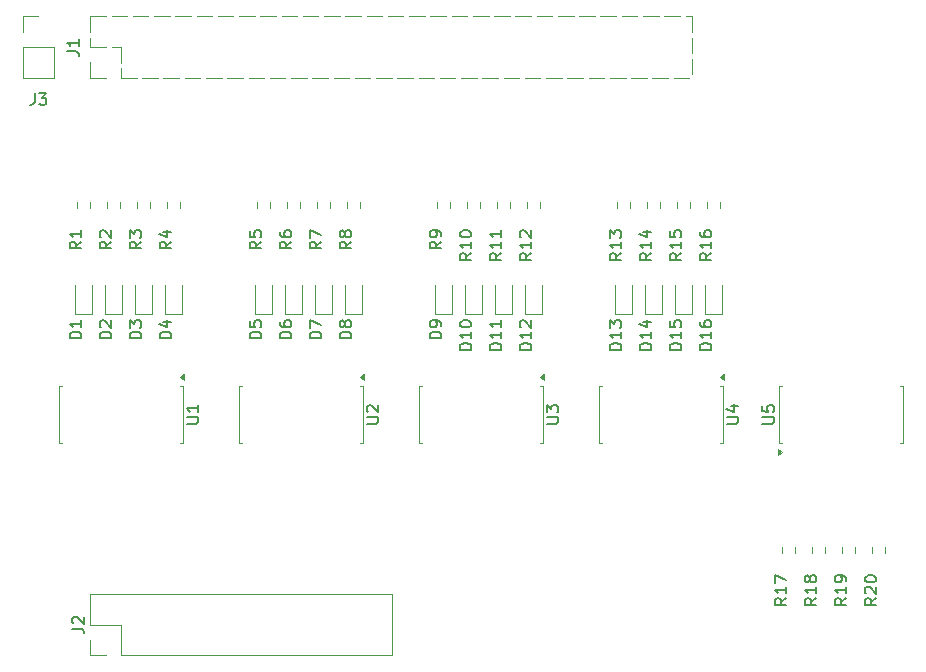
<source format=gto>
G04 #@! TF.GenerationSoftware,KiCad,Pcbnew,9.0.0*
G04 #@! TF.CreationDate,2025-03-06T11:49:08+09:00*
G04 #@! TF.ProjectId,ufb_hat,7566625f-6861-4742-9e6b-696361645f70,rev?*
G04 #@! TF.SameCoordinates,PX2fd7508PY6486dd0*
G04 #@! TF.FileFunction,Legend,Top*
G04 #@! TF.FilePolarity,Positive*
%FSLAX46Y46*%
G04 Gerber Fmt 4.6, Leading zero omitted, Abs format (unit mm)*
G04 Created by KiCad (PCBNEW 9.0.0) date 2025-03-06 11:49:08*
%MOMM*%
%LPD*%
G01*
G04 APERTURE LIST*
%ADD10C,0.150000*%
%ADD11C,0.120000*%
G04 APERTURE END LIST*
D10*
X8709819Y28032031D02*
X7709819Y28032031D01*
X7709819Y28032031D02*
X7709819Y28270126D01*
X7709819Y28270126D02*
X7757438Y28412983D01*
X7757438Y28412983D02*
X7852676Y28508221D01*
X7852676Y28508221D02*
X7947914Y28555840D01*
X7947914Y28555840D02*
X8138390Y28603459D01*
X8138390Y28603459D02*
X8281247Y28603459D01*
X8281247Y28603459D02*
X8471723Y28555840D01*
X8471723Y28555840D02*
X8566961Y28508221D01*
X8566961Y28508221D02*
X8662200Y28412983D01*
X8662200Y28412983D02*
X8709819Y28270126D01*
X8709819Y28270126D02*
X8709819Y28032031D01*
X7805057Y28984412D02*
X7757438Y29032031D01*
X7757438Y29032031D02*
X7709819Y29127269D01*
X7709819Y29127269D02*
X7709819Y29365364D01*
X7709819Y29365364D02*
X7757438Y29460602D01*
X7757438Y29460602D02*
X7805057Y29508221D01*
X7805057Y29508221D02*
X7900295Y29555840D01*
X7900295Y29555840D02*
X7995533Y29555840D01*
X7995533Y29555840D02*
X8138390Y29508221D01*
X8138390Y29508221D02*
X8709819Y28936793D01*
X8709819Y28936793D02*
X8709819Y29555840D01*
X2206666Y48805181D02*
X2206666Y48090896D01*
X2206666Y48090896D02*
X2159047Y47948039D01*
X2159047Y47948039D02*
X2063809Y47852800D01*
X2063809Y47852800D02*
X1920952Y47805181D01*
X1920952Y47805181D02*
X1825714Y47805181D01*
X2587619Y48805181D02*
X3206666Y48805181D01*
X3206666Y48805181D02*
X2873333Y48424229D01*
X2873333Y48424229D02*
X3016190Y48424229D01*
X3016190Y48424229D02*
X3111428Y48376610D01*
X3111428Y48376610D02*
X3159047Y48328991D01*
X3159047Y48328991D02*
X3206666Y48233753D01*
X3206666Y48233753D02*
X3206666Y47995658D01*
X3206666Y47995658D02*
X3159047Y47900420D01*
X3159047Y47900420D02*
X3111428Y47852800D01*
X3111428Y47852800D02*
X3016190Y47805181D01*
X3016190Y47805181D02*
X2730476Y47805181D01*
X2730476Y47805181D02*
X2635238Y47852800D01*
X2635238Y47852800D02*
X2587619Y47900420D01*
X39189819Y35271078D02*
X38713628Y34937745D01*
X39189819Y34699650D02*
X38189819Y34699650D01*
X38189819Y34699650D02*
X38189819Y35080602D01*
X38189819Y35080602D02*
X38237438Y35175840D01*
X38237438Y35175840D02*
X38285057Y35223459D01*
X38285057Y35223459D02*
X38380295Y35271078D01*
X38380295Y35271078D02*
X38523152Y35271078D01*
X38523152Y35271078D02*
X38618390Y35223459D01*
X38618390Y35223459D02*
X38666009Y35175840D01*
X38666009Y35175840D02*
X38713628Y35080602D01*
X38713628Y35080602D02*
X38713628Y34699650D01*
X39189819Y36223459D02*
X39189819Y35652031D01*
X39189819Y35937745D02*
X38189819Y35937745D01*
X38189819Y35937745D02*
X38332676Y35842507D01*
X38332676Y35842507D02*
X38427914Y35747269D01*
X38427914Y35747269D02*
X38475533Y35652031D01*
X38189819Y36842507D02*
X38189819Y36937745D01*
X38189819Y36937745D02*
X38237438Y37032983D01*
X38237438Y37032983D02*
X38285057Y37080602D01*
X38285057Y37080602D02*
X38380295Y37128221D01*
X38380295Y37128221D02*
X38570771Y37175840D01*
X38570771Y37175840D02*
X38808866Y37175840D01*
X38808866Y37175840D02*
X38999342Y37128221D01*
X38999342Y37128221D02*
X39094580Y37080602D01*
X39094580Y37080602D02*
X39142200Y37032983D01*
X39142200Y37032983D02*
X39189819Y36937745D01*
X39189819Y36937745D02*
X39189819Y36842507D01*
X39189819Y36842507D02*
X39142200Y36747269D01*
X39142200Y36747269D02*
X39094580Y36699650D01*
X39094580Y36699650D02*
X38999342Y36652031D01*
X38999342Y36652031D02*
X38808866Y36604412D01*
X38808866Y36604412D02*
X38570771Y36604412D01*
X38570771Y36604412D02*
X38380295Y36652031D01*
X38380295Y36652031D02*
X38285057Y36699650D01*
X38285057Y36699650D02*
X38237438Y36747269D01*
X38237438Y36747269D02*
X38189819Y36842507D01*
X51889819Y27079650D02*
X50889819Y27079650D01*
X50889819Y27079650D02*
X50889819Y27317745D01*
X50889819Y27317745D02*
X50937438Y27460602D01*
X50937438Y27460602D02*
X51032676Y27555840D01*
X51032676Y27555840D02*
X51127914Y27603459D01*
X51127914Y27603459D02*
X51318390Y27651078D01*
X51318390Y27651078D02*
X51461247Y27651078D01*
X51461247Y27651078D02*
X51651723Y27603459D01*
X51651723Y27603459D02*
X51746961Y27555840D01*
X51746961Y27555840D02*
X51842200Y27460602D01*
X51842200Y27460602D02*
X51889819Y27317745D01*
X51889819Y27317745D02*
X51889819Y27079650D01*
X51889819Y28603459D02*
X51889819Y28032031D01*
X51889819Y28317745D02*
X50889819Y28317745D01*
X50889819Y28317745D02*
X51032676Y28222507D01*
X51032676Y28222507D02*
X51127914Y28127269D01*
X51127914Y28127269D02*
X51175533Y28032031D01*
X50889819Y28936793D02*
X50889819Y29555840D01*
X50889819Y29555840D02*
X51270771Y29222507D01*
X51270771Y29222507D02*
X51270771Y29365364D01*
X51270771Y29365364D02*
X51318390Y29460602D01*
X51318390Y29460602D02*
X51366009Y29508221D01*
X51366009Y29508221D02*
X51461247Y29555840D01*
X51461247Y29555840D02*
X51699342Y29555840D01*
X51699342Y29555840D02*
X51794580Y29508221D01*
X51794580Y29508221D02*
X51842200Y29460602D01*
X51842200Y29460602D02*
X51889819Y29365364D01*
X51889819Y29365364D02*
X51889819Y29079650D01*
X51889819Y29079650D02*
X51842200Y28984412D01*
X51842200Y28984412D02*
X51794580Y28936793D01*
X44269819Y27079650D02*
X43269819Y27079650D01*
X43269819Y27079650D02*
X43269819Y27317745D01*
X43269819Y27317745D02*
X43317438Y27460602D01*
X43317438Y27460602D02*
X43412676Y27555840D01*
X43412676Y27555840D02*
X43507914Y27603459D01*
X43507914Y27603459D02*
X43698390Y27651078D01*
X43698390Y27651078D02*
X43841247Y27651078D01*
X43841247Y27651078D02*
X44031723Y27603459D01*
X44031723Y27603459D02*
X44126961Y27555840D01*
X44126961Y27555840D02*
X44222200Y27460602D01*
X44222200Y27460602D02*
X44269819Y27317745D01*
X44269819Y27317745D02*
X44269819Y27079650D01*
X44269819Y28603459D02*
X44269819Y28032031D01*
X44269819Y28317745D02*
X43269819Y28317745D01*
X43269819Y28317745D02*
X43412676Y28222507D01*
X43412676Y28222507D02*
X43507914Y28127269D01*
X43507914Y28127269D02*
X43555533Y28032031D01*
X43365057Y28984412D02*
X43317438Y29032031D01*
X43317438Y29032031D02*
X43269819Y29127269D01*
X43269819Y29127269D02*
X43269819Y29365364D01*
X43269819Y29365364D02*
X43317438Y29460602D01*
X43317438Y29460602D02*
X43365057Y29508221D01*
X43365057Y29508221D02*
X43460295Y29555840D01*
X43460295Y29555840D02*
X43555533Y29555840D01*
X43555533Y29555840D02*
X43698390Y29508221D01*
X43698390Y29508221D02*
X44269819Y28936793D01*
X44269819Y28936793D02*
X44269819Y29555840D01*
X44269819Y35271078D02*
X43793628Y34937745D01*
X44269819Y34699650D02*
X43269819Y34699650D01*
X43269819Y34699650D02*
X43269819Y35080602D01*
X43269819Y35080602D02*
X43317438Y35175840D01*
X43317438Y35175840D02*
X43365057Y35223459D01*
X43365057Y35223459D02*
X43460295Y35271078D01*
X43460295Y35271078D02*
X43603152Y35271078D01*
X43603152Y35271078D02*
X43698390Y35223459D01*
X43698390Y35223459D02*
X43746009Y35175840D01*
X43746009Y35175840D02*
X43793628Y35080602D01*
X43793628Y35080602D02*
X43793628Y34699650D01*
X44269819Y36223459D02*
X44269819Y35652031D01*
X44269819Y35937745D02*
X43269819Y35937745D01*
X43269819Y35937745D02*
X43412676Y35842507D01*
X43412676Y35842507D02*
X43507914Y35747269D01*
X43507914Y35747269D02*
X43555533Y35652031D01*
X43365057Y36604412D02*
X43317438Y36652031D01*
X43317438Y36652031D02*
X43269819Y36747269D01*
X43269819Y36747269D02*
X43269819Y36985364D01*
X43269819Y36985364D02*
X43317438Y37080602D01*
X43317438Y37080602D02*
X43365057Y37128221D01*
X43365057Y37128221D02*
X43460295Y37175840D01*
X43460295Y37175840D02*
X43555533Y37175840D01*
X43555533Y37175840D02*
X43698390Y37128221D01*
X43698390Y37128221D02*
X44269819Y36556793D01*
X44269819Y36556793D02*
X44269819Y37175840D01*
X21409819Y28032031D02*
X20409819Y28032031D01*
X20409819Y28032031D02*
X20409819Y28270126D01*
X20409819Y28270126D02*
X20457438Y28412983D01*
X20457438Y28412983D02*
X20552676Y28508221D01*
X20552676Y28508221D02*
X20647914Y28555840D01*
X20647914Y28555840D02*
X20838390Y28603459D01*
X20838390Y28603459D02*
X20981247Y28603459D01*
X20981247Y28603459D02*
X21171723Y28555840D01*
X21171723Y28555840D02*
X21266961Y28508221D01*
X21266961Y28508221D02*
X21362200Y28412983D01*
X21362200Y28412983D02*
X21409819Y28270126D01*
X21409819Y28270126D02*
X21409819Y28032031D01*
X20409819Y29508221D02*
X20409819Y29032031D01*
X20409819Y29032031D02*
X20886009Y28984412D01*
X20886009Y28984412D02*
X20838390Y29032031D01*
X20838390Y29032031D02*
X20790771Y29127269D01*
X20790771Y29127269D02*
X20790771Y29365364D01*
X20790771Y29365364D02*
X20838390Y29460602D01*
X20838390Y29460602D02*
X20886009Y29508221D01*
X20886009Y29508221D02*
X20981247Y29555840D01*
X20981247Y29555840D02*
X21219342Y29555840D01*
X21219342Y29555840D02*
X21314580Y29508221D01*
X21314580Y29508221D02*
X21362200Y29460602D01*
X21362200Y29460602D02*
X21409819Y29365364D01*
X21409819Y29365364D02*
X21409819Y29127269D01*
X21409819Y29127269D02*
X21362200Y29032031D01*
X21362200Y29032031D02*
X21314580Y28984412D01*
X13789819Y36223459D02*
X13313628Y35890126D01*
X13789819Y35652031D02*
X12789819Y35652031D01*
X12789819Y35652031D02*
X12789819Y36032983D01*
X12789819Y36032983D02*
X12837438Y36128221D01*
X12837438Y36128221D02*
X12885057Y36175840D01*
X12885057Y36175840D02*
X12980295Y36223459D01*
X12980295Y36223459D02*
X13123152Y36223459D01*
X13123152Y36223459D02*
X13218390Y36175840D01*
X13218390Y36175840D02*
X13266009Y36128221D01*
X13266009Y36128221D02*
X13313628Y36032983D01*
X13313628Y36032983D02*
X13313628Y35652031D01*
X13123152Y37080602D02*
X13789819Y37080602D01*
X12742200Y36842507D02*
X13456485Y36604412D01*
X13456485Y36604412D02*
X13456485Y37223459D01*
X39189819Y27079650D02*
X38189819Y27079650D01*
X38189819Y27079650D02*
X38189819Y27317745D01*
X38189819Y27317745D02*
X38237438Y27460602D01*
X38237438Y27460602D02*
X38332676Y27555840D01*
X38332676Y27555840D02*
X38427914Y27603459D01*
X38427914Y27603459D02*
X38618390Y27651078D01*
X38618390Y27651078D02*
X38761247Y27651078D01*
X38761247Y27651078D02*
X38951723Y27603459D01*
X38951723Y27603459D02*
X39046961Y27555840D01*
X39046961Y27555840D02*
X39142200Y27460602D01*
X39142200Y27460602D02*
X39189819Y27317745D01*
X39189819Y27317745D02*
X39189819Y27079650D01*
X39189819Y28603459D02*
X39189819Y28032031D01*
X39189819Y28317745D02*
X38189819Y28317745D01*
X38189819Y28317745D02*
X38332676Y28222507D01*
X38332676Y28222507D02*
X38427914Y28127269D01*
X38427914Y28127269D02*
X38475533Y28032031D01*
X38189819Y29222507D02*
X38189819Y29317745D01*
X38189819Y29317745D02*
X38237438Y29412983D01*
X38237438Y29412983D02*
X38285057Y29460602D01*
X38285057Y29460602D02*
X38380295Y29508221D01*
X38380295Y29508221D02*
X38570771Y29555840D01*
X38570771Y29555840D02*
X38808866Y29555840D01*
X38808866Y29555840D02*
X38999342Y29508221D01*
X38999342Y29508221D02*
X39094580Y29460602D01*
X39094580Y29460602D02*
X39142200Y29412983D01*
X39142200Y29412983D02*
X39189819Y29317745D01*
X39189819Y29317745D02*
X39189819Y29222507D01*
X39189819Y29222507D02*
X39142200Y29127269D01*
X39142200Y29127269D02*
X39094580Y29079650D01*
X39094580Y29079650D02*
X38999342Y29032031D01*
X38999342Y29032031D02*
X38808866Y28984412D01*
X38808866Y28984412D02*
X38570771Y28984412D01*
X38570771Y28984412D02*
X38380295Y29032031D01*
X38380295Y29032031D02*
X38285057Y29079650D01*
X38285057Y29079650D02*
X38237438Y29127269D01*
X38237438Y29127269D02*
X38189819Y29222507D01*
X36649819Y28032031D02*
X35649819Y28032031D01*
X35649819Y28032031D02*
X35649819Y28270126D01*
X35649819Y28270126D02*
X35697438Y28412983D01*
X35697438Y28412983D02*
X35792676Y28508221D01*
X35792676Y28508221D02*
X35887914Y28555840D01*
X35887914Y28555840D02*
X36078390Y28603459D01*
X36078390Y28603459D02*
X36221247Y28603459D01*
X36221247Y28603459D02*
X36411723Y28555840D01*
X36411723Y28555840D02*
X36506961Y28508221D01*
X36506961Y28508221D02*
X36602200Y28412983D01*
X36602200Y28412983D02*
X36649819Y28270126D01*
X36649819Y28270126D02*
X36649819Y28032031D01*
X36649819Y29079650D02*
X36649819Y29270126D01*
X36649819Y29270126D02*
X36602200Y29365364D01*
X36602200Y29365364D02*
X36554580Y29412983D01*
X36554580Y29412983D02*
X36411723Y29508221D01*
X36411723Y29508221D02*
X36221247Y29555840D01*
X36221247Y29555840D02*
X35840295Y29555840D01*
X35840295Y29555840D02*
X35745057Y29508221D01*
X35745057Y29508221D02*
X35697438Y29460602D01*
X35697438Y29460602D02*
X35649819Y29365364D01*
X35649819Y29365364D02*
X35649819Y29174888D01*
X35649819Y29174888D02*
X35697438Y29079650D01*
X35697438Y29079650D02*
X35745057Y29032031D01*
X35745057Y29032031D02*
X35840295Y28984412D01*
X35840295Y28984412D02*
X36078390Y28984412D01*
X36078390Y28984412D02*
X36173628Y29032031D01*
X36173628Y29032031D02*
X36221247Y29079650D01*
X36221247Y29079650D02*
X36268866Y29174888D01*
X36268866Y29174888D02*
X36268866Y29365364D01*
X36268866Y29365364D02*
X36221247Y29460602D01*
X36221247Y29460602D02*
X36173628Y29508221D01*
X36173628Y29508221D02*
X36078390Y29555840D01*
X21409819Y36223459D02*
X20933628Y35890126D01*
X21409819Y35652031D02*
X20409819Y35652031D01*
X20409819Y35652031D02*
X20409819Y36032983D01*
X20409819Y36032983D02*
X20457438Y36128221D01*
X20457438Y36128221D02*
X20505057Y36175840D01*
X20505057Y36175840D02*
X20600295Y36223459D01*
X20600295Y36223459D02*
X20743152Y36223459D01*
X20743152Y36223459D02*
X20838390Y36175840D01*
X20838390Y36175840D02*
X20886009Y36128221D01*
X20886009Y36128221D02*
X20933628Y36032983D01*
X20933628Y36032983D02*
X20933628Y35652031D01*
X20409819Y37128221D02*
X20409819Y36652031D01*
X20409819Y36652031D02*
X20886009Y36604412D01*
X20886009Y36604412D02*
X20838390Y36652031D01*
X20838390Y36652031D02*
X20790771Y36747269D01*
X20790771Y36747269D02*
X20790771Y36985364D01*
X20790771Y36985364D02*
X20838390Y37080602D01*
X20838390Y37080602D02*
X20886009Y37128221D01*
X20886009Y37128221D02*
X20981247Y37175840D01*
X20981247Y37175840D02*
X21219342Y37175840D01*
X21219342Y37175840D02*
X21314580Y37128221D01*
X21314580Y37128221D02*
X21362200Y37080602D01*
X21362200Y37080602D02*
X21409819Y36985364D01*
X21409819Y36985364D02*
X21409819Y36747269D01*
X21409819Y36747269D02*
X21362200Y36652031D01*
X21362200Y36652031D02*
X21314580Y36604412D01*
X36649819Y36223459D02*
X36173628Y35890126D01*
X36649819Y35652031D02*
X35649819Y35652031D01*
X35649819Y35652031D02*
X35649819Y36032983D01*
X35649819Y36032983D02*
X35697438Y36128221D01*
X35697438Y36128221D02*
X35745057Y36175840D01*
X35745057Y36175840D02*
X35840295Y36223459D01*
X35840295Y36223459D02*
X35983152Y36223459D01*
X35983152Y36223459D02*
X36078390Y36175840D01*
X36078390Y36175840D02*
X36126009Y36128221D01*
X36126009Y36128221D02*
X36173628Y36032983D01*
X36173628Y36032983D02*
X36173628Y35652031D01*
X36649819Y36699650D02*
X36649819Y36890126D01*
X36649819Y36890126D02*
X36602200Y36985364D01*
X36602200Y36985364D02*
X36554580Y37032983D01*
X36554580Y37032983D02*
X36411723Y37128221D01*
X36411723Y37128221D02*
X36221247Y37175840D01*
X36221247Y37175840D02*
X35840295Y37175840D01*
X35840295Y37175840D02*
X35745057Y37128221D01*
X35745057Y37128221D02*
X35697438Y37080602D01*
X35697438Y37080602D02*
X35649819Y36985364D01*
X35649819Y36985364D02*
X35649819Y36794888D01*
X35649819Y36794888D02*
X35697438Y36699650D01*
X35697438Y36699650D02*
X35745057Y36652031D01*
X35745057Y36652031D02*
X35840295Y36604412D01*
X35840295Y36604412D02*
X36078390Y36604412D01*
X36078390Y36604412D02*
X36173628Y36652031D01*
X36173628Y36652031D02*
X36221247Y36699650D01*
X36221247Y36699650D02*
X36268866Y36794888D01*
X36268866Y36794888D02*
X36268866Y36985364D01*
X36268866Y36985364D02*
X36221247Y37080602D01*
X36221247Y37080602D02*
X36173628Y37128221D01*
X36173628Y37128221D02*
X36078390Y37175840D01*
X45559819Y20828096D02*
X46369342Y20828096D01*
X46369342Y20828096D02*
X46464580Y20875715D01*
X46464580Y20875715D02*
X46512200Y20923334D01*
X46512200Y20923334D02*
X46559819Y21018572D01*
X46559819Y21018572D02*
X46559819Y21209048D01*
X46559819Y21209048D02*
X46512200Y21304286D01*
X46512200Y21304286D02*
X46464580Y21351905D01*
X46464580Y21351905D02*
X46369342Y21399524D01*
X46369342Y21399524D02*
X45559819Y21399524D01*
X45559819Y21780477D02*
X45559819Y22399524D01*
X45559819Y22399524D02*
X45940771Y22066191D01*
X45940771Y22066191D02*
X45940771Y22209048D01*
X45940771Y22209048D02*
X45988390Y22304286D01*
X45988390Y22304286D02*
X46036009Y22351905D01*
X46036009Y22351905D02*
X46131247Y22399524D01*
X46131247Y22399524D02*
X46369342Y22399524D01*
X46369342Y22399524D02*
X46464580Y22351905D01*
X46464580Y22351905D02*
X46512200Y22304286D01*
X46512200Y22304286D02*
X46559819Y22209048D01*
X46559819Y22209048D02*
X46559819Y21923334D01*
X46559819Y21923334D02*
X46512200Y21828096D01*
X46512200Y21828096D02*
X46464580Y21780477D01*
X30319819Y20828096D02*
X31129342Y20828096D01*
X31129342Y20828096D02*
X31224580Y20875715D01*
X31224580Y20875715D02*
X31272200Y20923334D01*
X31272200Y20923334D02*
X31319819Y21018572D01*
X31319819Y21018572D02*
X31319819Y21209048D01*
X31319819Y21209048D02*
X31272200Y21304286D01*
X31272200Y21304286D02*
X31224580Y21351905D01*
X31224580Y21351905D02*
X31129342Y21399524D01*
X31129342Y21399524D02*
X30319819Y21399524D01*
X30415057Y21828096D02*
X30367438Y21875715D01*
X30367438Y21875715D02*
X30319819Y21970953D01*
X30319819Y21970953D02*
X30319819Y22209048D01*
X30319819Y22209048D02*
X30367438Y22304286D01*
X30367438Y22304286D02*
X30415057Y22351905D01*
X30415057Y22351905D02*
X30510295Y22399524D01*
X30510295Y22399524D02*
X30605533Y22399524D01*
X30605533Y22399524D02*
X30748390Y22351905D01*
X30748390Y22351905D02*
X31319819Y21780477D01*
X31319819Y21780477D02*
X31319819Y22399524D01*
X26489819Y36223459D02*
X26013628Y35890126D01*
X26489819Y35652031D02*
X25489819Y35652031D01*
X25489819Y35652031D02*
X25489819Y36032983D01*
X25489819Y36032983D02*
X25537438Y36128221D01*
X25537438Y36128221D02*
X25585057Y36175840D01*
X25585057Y36175840D02*
X25680295Y36223459D01*
X25680295Y36223459D02*
X25823152Y36223459D01*
X25823152Y36223459D02*
X25918390Y36175840D01*
X25918390Y36175840D02*
X25966009Y36128221D01*
X25966009Y36128221D02*
X26013628Y36032983D01*
X26013628Y36032983D02*
X26013628Y35652031D01*
X25489819Y36556793D02*
X25489819Y37223459D01*
X25489819Y37223459D02*
X26489819Y36794888D01*
X59509819Y27079650D02*
X58509819Y27079650D01*
X58509819Y27079650D02*
X58509819Y27317745D01*
X58509819Y27317745D02*
X58557438Y27460602D01*
X58557438Y27460602D02*
X58652676Y27555840D01*
X58652676Y27555840D02*
X58747914Y27603459D01*
X58747914Y27603459D02*
X58938390Y27651078D01*
X58938390Y27651078D02*
X59081247Y27651078D01*
X59081247Y27651078D02*
X59271723Y27603459D01*
X59271723Y27603459D02*
X59366961Y27555840D01*
X59366961Y27555840D02*
X59462200Y27460602D01*
X59462200Y27460602D02*
X59509819Y27317745D01*
X59509819Y27317745D02*
X59509819Y27079650D01*
X59509819Y28603459D02*
X59509819Y28032031D01*
X59509819Y28317745D02*
X58509819Y28317745D01*
X58509819Y28317745D02*
X58652676Y28222507D01*
X58652676Y28222507D02*
X58747914Y28127269D01*
X58747914Y28127269D02*
X58795533Y28032031D01*
X58509819Y29460602D02*
X58509819Y29270126D01*
X58509819Y29270126D02*
X58557438Y29174888D01*
X58557438Y29174888D02*
X58605057Y29127269D01*
X58605057Y29127269D02*
X58747914Y29032031D01*
X58747914Y29032031D02*
X58938390Y28984412D01*
X58938390Y28984412D02*
X59319342Y28984412D01*
X59319342Y28984412D02*
X59414580Y29032031D01*
X59414580Y29032031D02*
X59462200Y29079650D01*
X59462200Y29079650D02*
X59509819Y29174888D01*
X59509819Y29174888D02*
X59509819Y29365364D01*
X59509819Y29365364D02*
X59462200Y29460602D01*
X59462200Y29460602D02*
X59414580Y29508221D01*
X59414580Y29508221D02*
X59319342Y29555840D01*
X59319342Y29555840D02*
X59081247Y29555840D01*
X59081247Y29555840D02*
X58986009Y29508221D01*
X58986009Y29508221D02*
X58938390Y29460602D01*
X58938390Y29460602D02*
X58890771Y29365364D01*
X58890771Y29365364D02*
X58890771Y29174888D01*
X58890771Y29174888D02*
X58938390Y29079650D01*
X58938390Y29079650D02*
X58986009Y29032031D01*
X58986009Y29032031D02*
X59081247Y28984412D01*
X65859819Y6061078D02*
X65383628Y5727745D01*
X65859819Y5489650D02*
X64859819Y5489650D01*
X64859819Y5489650D02*
X64859819Y5870602D01*
X64859819Y5870602D02*
X64907438Y5965840D01*
X64907438Y5965840D02*
X64955057Y6013459D01*
X64955057Y6013459D02*
X65050295Y6061078D01*
X65050295Y6061078D02*
X65193152Y6061078D01*
X65193152Y6061078D02*
X65288390Y6013459D01*
X65288390Y6013459D02*
X65336009Y5965840D01*
X65336009Y5965840D02*
X65383628Y5870602D01*
X65383628Y5870602D02*
X65383628Y5489650D01*
X65859819Y7013459D02*
X65859819Y6442031D01*
X65859819Y6727745D02*
X64859819Y6727745D01*
X64859819Y6727745D02*
X65002676Y6632507D01*
X65002676Y6632507D02*
X65097914Y6537269D01*
X65097914Y6537269D02*
X65145533Y6442031D01*
X64859819Y7346793D02*
X64859819Y8013459D01*
X64859819Y8013459D02*
X65859819Y7584888D01*
X13789819Y28032031D02*
X12789819Y28032031D01*
X12789819Y28032031D02*
X12789819Y28270126D01*
X12789819Y28270126D02*
X12837438Y28412983D01*
X12837438Y28412983D02*
X12932676Y28508221D01*
X12932676Y28508221D02*
X13027914Y28555840D01*
X13027914Y28555840D02*
X13218390Y28603459D01*
X13218390Y28603459D02*
X13361247Y28603459D01*
X13361247Y28603459D02*
X13551723Y28555840D01*
X13551723Y28555840D02*
X13646961Y28508221D01*
X13646961Y28508221D02*
X13742200Y28412983D01*
X13742200Y28412983D02*
X13789819Y28270126D01*
X13789819Y28270126D02*
X13789819Y28032031D01*
X13123152Y29460602D02*
X13789819Y29460602D01*
X12742200Y29222507D02*
X13456485Y28984412D01*
X13456485Y28984412D02*
X13456485Y29603459D01*
X5379819Y3476667D02*
X6094104Y3476667D01*
X6094104Y3476667D02*
X6236961Y3429048D01*
X6236961Y3429048D02*
X6332200Y3333810D01*
X6332200Y3333810D02*
X6379819Y3190953D01*
X6379819Y3190953D02*
X6379819Y3095715D01*
X5475057Y3905239D02*
X5427438Y3952858D01*
X5427438Y3952858D02*
X5379819Y4048096D01*
X5379819Y4048096D02*
X5379819Y4286191D01*
X5379819Y4286191D02*
X5427438Y4381429D01*
X5427438Y4381429D02*
X5475057Y4429048D01*
X5475057Y4429048D02*
X5570295Y4476667D01*
X5570295Y4476667D02*
X5665533Y4476667D01*
X5665533Y4476667D02*
X5808390Y4429048D01*
X5808390Y4429048D02*
X6379819Y3857620D01*
X6379819Y3857620D02*
X6379819Y4476667D01*
X51889819Y35271078D02*
X51413628Y34937745D01*
X51889819Y34699650D02*
X50889819Y34699650D01*
X50889819Y34699650D02*
X50889819Y35080602D01*
X50889819Y35080602D02*
X50937438Y35175840D01*
X50937438Y35175840D02*
X50985057Y35223459D01*
X50985057Y35223459D02*
X51080295Y35271078D01*
X51080295Y35271078D02*
X51223152Y35271078D01*
X51223152Y35271078D02*
X51318390Y35223459D01*
X51318390Y35223459D02*
X51366009Y35175840D01*
X51366009Y35175840D02*
X51413628Y35080602D01*
X51413628Y35080602D02*
X51413628Y34699650D01*
X51889819Y36223459D02*
X51889819Y35652031D01*
X51889819Y35937745D02*
X50889819Y35937745D01*
X50889819Y35937745D02*
X51032676Y35842507D01*
X51032676Y35842507D02*
X51127914Y35747269D01*
X51127914Y35747269D02*
X51175533Y35652031D01*
X50889819Y36556793D02*
X50889819Y37175840D01*
X50889819Y37175840D02*
X51270771Y36842507D01*
X51270771Y36842507D02*
X51270771Y36985364D01*
X51270771Y36985364D02*
X51318390Y37080602D01*
X51318390Y37080602D02*
X51366009Y37128221D01*
X51366009Y37128221D02*
X51461247Y37175840D01*
X51461247Y37175840D02*
X51699342Y37175840D01*
X51699342Y37175840D02*
X51794580Y37128221D01*
X51794580Y37128221D02*
X51842200Y37080602D01*
X51842200Y37080602D02*
X51889819Y36985364D01*
X51889819Y36985364D02*
X51889819Y36699650D01*
X51889819Y36699650D02*
X51842200Y36604412D01*
X51842200Y36604412D02*
X51794580Y36556793D01*
X11249819Y36223459D02*
X10773628Y35890126D01*
X11249819Y35652031D02*
X10249819Y35652031D01*
X10249819Y35652031D02*
X10249819Y36032983D01*
X10249819Y36032983D02*
X10297438Y36128221D01*
X10297438Y36128221D02*
X10345057Y36175840D01*
X10345057Y36175840D02*
X10440295Y36223459D01*
X10440295Y36223459D02*
X10583152Y36223459D01*
X10583152Y36223459D02*
X10678390Y36175840D01*
X10678390Y36175840D02*
X10726009Y36128221D01*
X10726009Y36128221D02*
X10773628Y36032983D01*
X10773628Y36032983D02*
X10773628Y35652031D01*
X10249819Y36556793D02*
X10249819Y37175840D01*
X10249819Y37175840D02*
X10630771Y36842507D01*
X10630771Y36842507D02*
X10630771Y36985364D01*
X10630771Y36985364D02*
X10678390Y37080602D01*
X10678390Y37080602D02*
X10726009Y37128221D01*
X10726009Y37128221D02*
X10821247Y37175840D01*
X10821247Y37175840D02*
X11059342Y37175840D01*
X11059342Y37175840D02*
X11154580Y37128221D01*
X11154580Y37128221D02*
X11202200Y37080602D01*
X11202200Y37080602D02*
X11249819Y36985364D01*
X11249819Y36985364D02*
X11249819Y36699650D01*
X11249819Y36699650D02*
X11202200Y36604412D01*
X11202200Y36604412D02*
X11154580Y36556793D01*
X68399819Y6061078D02*
X67923628Y5727745D01*
X68399819Y5489650D02*
X67399819Y5489650D01*
X67399819Y5489650D02*
X67399819Y5870602D01*
X67399819Y5870602D02*
X67447438Y5965840D01*
X67447438Y5965840D02*
X67495057Y6013459D01*
X67495057Y6013459D02*
X67590295Y6061078D01*
X67590295Y6061078D02*
X67733152Y6061078D01*
X67733152Y6061078D02*
X67828390Y6013459D01*
X67828390Y6013459D02*
X67876009Y5965840D01*
X67876009Y5965840D02*
X67923628Y5870602D01*
X67923628Y5870602D02*
X67923628Y5489650D01*
X68399819Y7013459D02*
X68399819Y6442031D01*
X68399819Y6727745D02*
X67399819Y6727745D01*
X67399819Y6727745D02*
X67542676Y6632507D01*
X67542676Y6632507D02*
X67637914Y6537269D01*
X67637914Y6537269D02*
X67685533Y6442031D01*
X67828390Y7584888D02*
X67780771Y7489650D01*
X67780771Y7489650D02*
X67733152Y7442031D01*
X67733152Y7442031D02*
X67637914Y7394412D01*
X67637914Y7394412D02*
X67590295Y7394412D01*
X67590295Y7394412D02*
X67495057Y7442031D01*
X67495057Y7442031D02*
X67447438Y7489650D01*
X67447438Y7489650D02*
X67399819Y7584888D01*
X67399819Y7584888D02*
X67399819Y7775364D01*
X67399819Y7775364D02*
X67447438Y7870602D01*
X67447438Y7870602D02*
X67495057Y7918221D01*
X67495057Y7918221D02*
X67590295Y7965840D01*
X67590295Y7965840D02*
X67637914Y7965840D01*
X67637914Y7965840D02*
X67733152Y7918221D01*
X67733152Y7918221D02*
X67780771Y7870602D01*
X67780771Y7870602D02*
X67828390Y7775364D01*
X67828390Y7775364D02*
X67828390Y7584888D01*
X67828390Y7584888D02*
X67876009Y7489650D01*
X67876009Y7489650D02*
X67923628Y7442031D01*
X67923628Y7442031D02*
X68018866Y7394412D01*
X68018866Y7394412D02*
X68209342Y7394412D01*
X68209342Y7394412D02*
X68304580Y7442031D01*
X68304580Y7442031D02*
X68352200Y7489650D01*
X68352200Y7489650D02*
X68399819Y7584888D01*
X68399819Y7584888D02*
X68399819Y7775364D01*
X68399819Y7775364D02*
X68352200Y7870602D01*
X68352200Y7870602D02*
X68304580Y7918221D01*
X68304580Y7918221D02*
X68209342Y7965840D01*
X68209342Y7965840D02*
X68018866Y7965840D01*
X68018866Y7965840D02*
X67923628Y7918221D01*
X67923628Y7918221D02*
X67876009Y7870602D01*
X67876009Y7870602D02*
X67828390Y7775364D01*
X56969819Y27079650D02*
X55969819Y27079650D01*
X55969819Y27079650D02*
X55969819Y27317745D01*
X55969819Y27317745D02*
X56017438Y27460602D01*
X56017438Y27460602D02*
X56112676Y27555840D01*
X56112676Y27555840D02*
X56207914Y27603459D01*
X56207914Y27603459D02*
X56398390Y27651078D01*
X56398390Y27651078D02*
X56541247Y27651078D01*
X56541247Y27651078D02*
X56731723Y27603459D01*
X56731723Y27603459D02*
X56826961Y27555840D01*
X56826961Y27555840D02*
X56922200Y27460602D01*
X56922200Y27460602D02*
X56969819Y27317745D01*
X56969819Y27317745D02*
X56969819Y27079650D01*
X56969819Y28603459D02*
X56969819Y28032031D01*
X56969819Y28317745D02*
X55969819Y28317745D01*
X55969819Y28317745D02*
X56112676Y28222507D01*
X56112676Y28222507D02*
X56207914Y28127269D01*
X56207914Y28127269D02*
X56255533Y28032031D01*
X55969819Y29508221D02*
X55969819Y29032031D01*
X55969819Y29032031D02*
X56446009Y28984412D01*
X56446009Y28984412D02*
X56398390Y29032031D01*
X56398390Y29032031D02*
X56350771Y29127269D01*
X56350771Y29127269D02*
X56350771Y29365364D01*
X56350771Y29365364D02*
X56398390Y29460602D01*
X56398390Y29460602D02*
X56446009Y29508221D01*
X56446009Y29508221D02*
X56541247Y29555840D01*
X56541247Y29555840D02*
X56779342Y29555840D01*
X56779342Y29555840D02*
X56874580Y29508221D01*
X56874580Y29508221D02*
X56922200Y29460602D01*
X56922200Y29460602D02*
X56969819Y29365364D01*
X56969819Y29365364D02*
X56969819Y29127269D01*
X56969819Y29127269D02*
X56922200Y29032031D01*
X56922200Y29032031D02*
X56874580Y28984412D01*
X15079819Y20828096D02*
X15889342Y20828096D01*
X15889342Y20828096D02*
X15984580Y20875715D01*
X15984580Y20875715D02*
X16032200Y20923334D01*
X16032200Y20923334D02*
X16079819Y21018572D01*
X16079819Y21018572D02*
X16079819Y21209048D01*
X16079819Y21209048D02*
X16032200Y21304286D01*
X16032200Y21304286D02*
X15984580Y21351905D01*
X15984580Y21351905D02*
X15889342Y21399524D01*
X15889342Y21399524D02*
X15079819Y21399524D01*
X16079819Y22399524D02*
X16079819Y21828096D01*
X16079819Y22113810D02*
X15079819Y22113810D01*
X15079819Y22113810D02*
X15222676Y22018572D01*
X15222676Y22018572D02*
X15317914Y21923334D01*
X15317914Y21923334D02*
X15365533Y21828096D01*
X41729819Y27079650D02*
X40729819Y27079650D01*
X40729819Y27079650D02*
X40729819Y27317745D01*
X40729819Y27317745D02*
X40777438Y27460602D01*
X40777438Y27460602D02*
X40872676Y27555840D01*
X40872676Y27555840D02*
X40967914Y27603459D01*
X40967914Y27603459D02*
X41158390Y27651078D01*
X41158390Y27651078D02*
X41301247Y27651078D01*
X41301247Y27651078D02*
X41491723Y27603459D01*
X41491723Y27603459D02*
X41586961Y27555840D01*
X41586961Y27555840D02*
X41682200Y27460602D01*
X41682200Y27460602D02*
X41729819Y27317745D01*
X41729819Y27317745D02*
X41729819Y27079650D01*
X41729819Y28603459D02*
X41729819Y28032031D01*
X41729819Y28317745D02*
X40729819Y28317745D01*
X40729819Y28317745D02*
X40872676Y28222507D01*
X40872676Y28222507D02*
X40967914Y28127269D01*
X40967914Y28127269D02*
X41015533Y28032031D01*
X41729819Y29555840D02*
X41729819Y28984412D01*
X41729819Y29270126D02*
X40729819Y29270126D01*
X40729819Y29270126D02*
X40872676Y29174888D01*
X40872676Y29174888D02*
X40967914Y29079650D01*
X40967914Y29079650D02*
X41015533Y28984412D01*
X6169819Y28032031D02*
X5169819Y28032031D01*
X5169819Y28032031D02*
X5169819Y28270126D01*
X5169819Y28270126D02*
X5217438Y28412983D01*
X5217438Y28412983D02*
X5312676Y28508221D01*
X5312676Y28508221D02*
X5407914Y28555840D01*
X5407914Y28555840D02*
X5598390Y28603459D01*
X5598390Y28603459D02*
X5741247Y28603459D01*
X5741247Y28603459D02*
X5931723Y28555840D01*
X5931723Y28555840D02*
X6026961Y28508221D01*
X6026961Y28508221D02*
X6122200Y28412983D01*
X6122200Y28412983D02*
X6169819Y28270126D01*
X6169819Y28270126D02*
X6169819Y28032031D01*
X6169819Y29555840D02*
X6169819Y28984412D01*
X6169819Y29270126D02*
X5169819Y29270126D01*
X5169819Y29270126D02*
X5312676Y29174888D01*
X5312676Y29174888D02*
X5407914Y29079650D01*
X5407914Y29079650D02*
X5455533Y28984412D01*
X59509819Y35271078D02*
X59033628Y34937745D01*
X59509819Y34699650D02*
X58509819Y34699650D01*
X58509819Y34699650D02*
X58509819Y35080602D01*
X58509819Y35080602D02*
X58557438Y35175840D01*
X58557438Y35175840D02*
X58605057Y35223459D01*
X58605057Y35223459D02*
X58700295Y35271078D01*
X58700295Y35271078D02*
X58843152Y35271078D01*
X58843152Y35271078D02*
X58938390Y35223459D01*
X58938390Y35223459D02*
X58986009Y35175840D01*
X58986009Y35175840D02*
X59033628Y35080602D01*
X59033628Y35080602D02*
X59033628Y34699650D01*
X59509819Y36223459D02*
X59509819Y35652031D01*
X59509819Y35937745D02*
X58509819Y35937745D01*
X58509819Y35937745D02*
X58652676Y35842507D01*
X58652676Y35842507D02*
X58747914Y35747269D01*
X58747914Y35747269D02*
X58795533Y35652031D01*
X58509819Y37080602D02*
X58509819Y36890126D01*
X58509819Y36890126D02*
X58557438Y36794888D01*
X58557438Y36794888D02*
X58605057Y36747269D01*
X58605057Y36747269D02*
X58747914Y36652031D01*
X58747914Y36652031D02*
X58938390Y36604412D01*
X58938390Y36604412D02*
X59319342Y36604412D01*
X59319342Y36604412D02*
X59414580Y36652031D01*
X59414580Y36652031D02*
X59462200Y36699650D01*
X59462200Y36699650D02*
X59509819Y36794888D01*
X59509819Y36794888D02*
X59509819Y36985364D01*
X59509819Y36985364D02*
X59462200Y37080602D01*
X59462200Y37080602D02*
X59414580Y37128221D01*
X59414580Y37128221D02*
X59319342Y37175840D01*
X59319342Y37175840D02*
X59081247Y37175840D01*
X59081247Y37175840D02*
X58986009Y37128221D01*
X58986009Y37128221D02*
X58938390Y37080602D01*
X58938390Y37080602D02*
X58890771Y36985364D01*
X58890771Y36985364D02*
X58890771Y36794888D01*
X58890771Y36794888D02*
X58938390Y36699650D01*
X58938390Y36699650D02*
X58986009Y36652031D01*
X58986009Y36652031D02*
X59081247Y36604412D01*
X26489819Y28032031D02*
X25489819Y28032031D01*
X25489819Y28032031D02*
X25489819Y28270126D01*
X25489819Y28270126D02*
X25537438Y28412983D01*
X25537438Y28412983D02*
X25632676Y28508221D01*
X25632676Y28508221D02*
X25727914Y28555840D01*
X25727914Y28555840D02*
X25918390Y28603459D01*
X25918390Y28603459D02*
X26061247Y28603459D01*
X26061247Y28603459D02*
X26251723Y28555840D01*
X26251723Y28555840D02*
X26346961Y28508221D01*
X26346961Y28508221D02*
X26442200Y28412983D01*
X26442200Y28412983D02*
X26489819Y28270126D01*
X26489819Y28270126D02*
X26489819Y28032031D01*
X25489819Y28936793D02*
X25489819Y29603459D01*
X25489819Y29603459D02*
X26489819Y29174888D01*
X8709819Y36223459D02*
X8233628Y35890126D01*
X8709819Y35652031D02*
X7709819Y35652031D01*
X7709819Y35652031D02*
X7709819Y36032983D01*
X7709819Y36032983D02*
X7757438Y36128221D01*
X7757438Y36128221D02*
X7805057Y36175840D01*
X7805057Y36175840D02*
X7900295Y36223459D01*
X7900295Y36223459D02*
X8043152Y36223459D01*
X8043152Y36223459D02*
X8138390Y36175840D01*
X8138390Y36175840D02*
X8186009Y36128221D01*
X8186009Y36128221D02*
X8233628Y36032983D01*
X8233628Y36032983D02*
X8233628Y35652031D01*
X7805057Y36604412D02*
X7757438Y36652031D01*
X7757438Y36652031D02*
X7709819Y36747269D01*
X7709819Y36747269D02*
X7709819Y36985364D01*
X7709819Y36985364D02*
X7757438Y37080602D01*
X7757438Y37080602D02*
X7805057Y37128221D01*
X7805057Y37128221D02*
X7900295Y37175840D01*
X7900295Y37175840D02*
X7995533Y37175840D01*
X7995533Y37175840D02*
X8138390Y37128221D01*
X8138390Y37128221D02*
X8709819Y36556793D01*
X8709819Y36556793D02*
X8709819Y37175840D01*
X23949819Y28032031D02*
X22949819Y28032031D01*
X22949819Y28032031D02*
X22949819Y28270126D01*
X22949819Y28270126D02*
X22997438Y28412983D01*
X22997438Y28412983D02*
X23092676Y28508221D01*
X23092676Y28508221D02*
X23187914Y28555840D01*
X23187914Y28555840D02*
X23378390Y28603459D01*
X23378390Y28603459D02*
X23521247Y28603459D01*
X23521247Y28603459D02*
X23711723Y28555840D01*
X23711723Y28555840D02*
X23806961Y28508221D01*
X23806961Y28508221D02*
X23902200Y28412983D01*
X23902200Y28412983D02*
X23949819Y28270126D01*
X23949819Y28270126D02*
X23949819Y28032031D01*
X22949819Y29460602D02*
X22949819Y29270126D01*
X22949819Y29270126D02*
X22997438Y29174888D01*
X22997438Y29174888D02*
X23045057Y29127269D01*
X23045057Y29127269D02*
X23187914Y29032031D01*
X23187914Y29032031D02*
X23378390Y28984412D01*
X23378390Y28984412D02*
X23759342Y28984412D01*
X23759342Y28984412D02*
X23854580Y29032031D01*
X23854580Y29032031D02*
X23902200Y29079650D01*
X23902200Y29079650D02*
X23949819Y29174888D01*
X23949819Y29174888D02*
X23949819Y29365364D01*
X23949819Y29365364D02*
X23902200Y29460602D01*
X23902200Y29460602D02*
X23854580Y29508221D01*
X23854580Y29508221D02*
X23759342Y29555840D01*
X23759342Y29555840D02*
X23521247Y29555840D01*
X23521247Y29555840D02*
X23426009Y29508221D01*
X23426009Y29508221D02*
X23378390Y29460602D01*
X23378390Y29460602D02*
X23330771Y29365364D01*
X23330771Y29365364D02*
X23330771Y29174888D01*
X23330771Y29174888D02*
X23378390Y29079650D01*
X23378390Y29079650D02*
X23426009Y29032031D01*
X23426009Y29032031D02*
X23521247Y28984412D01*
X60799819Y20828096D02*
X61609342Y20828096D01*
X61609342Y20828096D02*
X61704580Y20875715D01*
X61704580Y20875715D02*
X61752200Y20923334D01*
X61752200Y20923334D02*
X61799819Y21018572D01*
X61799819Y21018572D02*
X61799819Y21209048D01*
X61799819Y21209048D02*
X61752200Y21304286D01*
X61752200Y21304286D02*
X61704580Y21351905D01*
X61704580Y21351905D02*
X61609342Y21399524D01*
X61609342Y21399524D02*
X60799819Y21399524D01*
X61133152Y22304286D02*
X61799819Y22304286D01*
X60752200Y22066191D02*
X61466485Y21828096D01*
X61466485Y21828096D02*
X61466485Y22447143D01*
X29029819Y36223459D02*
X28553628Y35890126D01*
X29029819Y35652031D02*
X28029819Y35652031D01*
X28029819Y35652031D02*
X28029819Y36032983D01*
X28029819Y36032983D02*
X28077438Y36128221D01*
X28077438Y36128221D02*
X28125057Y36175840D01*
X28125057Y36175840D02*
X28220295Y36223459D01*
X28220295Y36223459D02*
X28363152Y36223459D01*
X28363152Y36223459D02*
X28458390Y36175840D01*
X28458390Y36175840D02*
X28506009Y36128221D01*
X28506009Y36128221D02*
X28553628Y36032983D01*
X28553628Y36032983D02*
X28553628Y35652031D01*
X28458390Y36794888D02*
X28410771Y36699650D01*
X28410771Y36699650D02*
X28363152Y36652031D01*
X28363152Y36652031D02*
X28267914Y36604412D01*
X28267914Y36604412D02*
X28220295Y36604412D01*
X28220295Y36604412D02*
X28125057Y36652031D01*
X28125057Y36652031D02*
X28077438Y36699650D01*
X28077438Y36699650D02*
X28029819Y36794888D01*
X28029819Y36794888D02*
X28029819Y36985364D01*
X28029819Y36985364D02*
X28077438Y37080602D01*
X28077438Y37080602D02*
X28125057Y37128221D01*
X28125057Y37128221D02*
X28220295Y37175840D01*
X28220295Y37175840D02*
X28267914Y37175840D01*
X28267914Y37175840D02*
X28363152Y37128221D01*
X28363152Y37128221D02*
X28410771Y37080602D01*
X28410771Y37080602D02*
X28458390Y36985364D01*
X28458390Y36985364D02*
X28458390Y36794888D01*
X28458390Y36794888D02*
X28506009Y36699650D01*
X28506009Y36699650D02*
X28553628Y36652031D01*
X28553628Y36652031D02*
X28648866Y36604412D01*
X28648866Y36604412D02*
X28839342Y36604412D01*
X28839342Y36604412D02*
X28934580Y36652031D01*
X28934580Y36652031D02*
X28982200Y36699650D01*
X28982200Y36699650D02*
X29029819Y36794888D01*
X29029819Y36794888D02*
X29029819Y36985364D01*
X29029819Y36985364D02*
X28982200Y37080602D01*
X28982200Y37080602D02*
X28934580Y37128221D01*
X28934580Y37128221D02*
X28839342Y37175840D01*
X28839342Y37175840D02*
X28648866Y37175840D01*
X28648866Y37175840D02*
X28553628Y37128221D01*
X28553628Y37128221D02*
X28506009Y37080602D01*
X28506009Y37080602D02*
X28458390Y36985364D01*
X41729819Y35271078D02*
X41253628Y34937745D01*
X41729819Y34699650D02*
X40729819Y34699650D01*
X40729819Y34699650D02*
X40729819Y35080602D01*
X40729819Y35080602D02*
X40777438Y35175840D01*
X40777438Y35175840D02*
X40825057Y35223459D01*
X40825057Y35223459D02*
X40920295Y35271078D01*
X40920295Y35271078D02*
X41063152Y35271078D01*
X41063152Y35271078D02*
X41158390Y35223459D01*
X41158390Y35223459D02*
X41206009Y35175840D01*
X41206009Y35175840D02*
X41253628Y35080602D01*
X41253628Y35080602D02*
X41253628Y34699650D01*
X41729819Y36223459D02*
X41729819Y35652031D01*
X41729819Y35937745D02*
X40729819Y35937745D01*
X40729819Y35937745D02*
X40872676Y35842507D01*
X40872676Y35842507D02*
X40967914Y35747269D01*
X40967914Y35747269D02*
X41015533Y35652031D01*
X41729819Y37175840D02*
X41729819Y36604412D01*
X41729819Y36890126D02*
X40729819Y36890126D01*
X40729819Y36890126D02*
X40872676Y36794888D01*
X40872676Y36794888D02*
X40967914Y36699650D01*
X40967914Y36699650D02*
X41015533Y36604412D01*
X70939819Y6061078D02*
X70463628Y5727745D01*
X70939819Y5489650D02*
X69939819Y5489650D01*
X69939819Y5489650D02*
X69939819Y5870602D01*
X69939819Y5870602D02*
X69987438Y5965840D01*
X69987438Y5965840D02*
X70035057Y6013459D01*
X70035057Y6013459D02*
X70130295Y6061078D01*
X70130295Y6061078D02*
X70273152Y6061078D01*
X70273152Y6061078D02*
X70368390Y6013459D01*
X70368390Y6013459D02*
X70416009Y5965840D01*
X70416009Y5965840D02*
X70463628Y5870602D01*
X70463628Y5870602D02*
X70463628Y5489650D01*
X70939819Y7013459D02*
X70939819Y6442031D01*
X70939819Y6727745D02*
X69939819Y6727745D01*
X69939819Y6727745D02*
X70082676Y6632507D01*
X70082676Y6632507D02*
X70177914Y6537269D01*
X70177914Y6537269D02*
X70225533Y6442031D01*
X70939819Y7489650D02*
X70939819Y7680126D01*
X70939819Y7680126D02*
X70892200Y7775364D01*
X70892200Y7775364D02*
X70844580Y7822983D01*
X70844580Y7822983D02*
X70701723Y7918221D01*
X70701723Y7918221D02*
X70511247Y7965840D01*
X70511247Y7965840D02*
X70130295Y7965840D01*
X70130295Y7965840D02*
X70035057Y7918221D01*
X70035057Y7918221D02*
X69987438Y7870602D01*
X69987438Y7870602D02*
X69939819Y7775364D01*
X69939819Y7775364D02*
X69939819Y7584888D01*
X69939819Y7584888D02*
X69987438Y7489650D01*
X69987438Y7489650D02*
X70035057Y7442031D01*
X70035057Y7442031D02*
X70130295Y7394412D01*
X70130295Y7394412D02*
X70368390Y7394412D01*
X70368390Y7394412D02*
X70463628Y7442031D01*
X70463628Y7442031D02*
X70511247Y7489650D01*
X70511247Y7489650D02*
X70558866Y7584888D01*
X70558866Y7584888D02*
X70558866Y7775364D01*
X70558866Y7775364D02*
X70511247Y7870602D01*
X70511247Y7870602D02*
X70463628Y7918221D01*
X70463628Y7918221D02*
X70368390Y7965840D01*
X54429819Y27079650D02*
X53429819Y27079650D01*
X53429819Y27079650D02*
X53429819Y27317745D01*
X53429819Y27317745D02*
X53477438Y27460602D01*
X53477438Y27460602D02*
X53572676Y27555840D01*
X53572676Y27555840D02*
X53667914Y27603459D01*
X53667914Y27603459D02*
X53858390Y27651078D01*
X53858390Y27651078D02*
X54001247Y27651078D01*
X54001247Y27651078D02*
X54191723Y27603459D01*
X54191723Y27603459D02*
X54286961Y27555840D01*
X54286961Y27555840D02*
X54382200Y27460602D01*
X54382200Y27460602D02*
X54429819Y27317745D01*
X54429819Y27317745D02*
X54429819Y27079650D01*
X54429819Y28603459D02*
X54429819Y28032031D01*
X54429819Y28317745D02*
X53429819Y28317745D01*
X53429819Y28317745D02*
X53572676Y28222507D01*
X53572676Y28222507D02*
X53667914Y28127269D01*
X53667914Y28127269D02*
X53715533Y28032031D01*
X53763152Y29460602D02*
X54429819Y29460602D01*
X53382200Y29222507D02*
X54096485Y28984412D01*
X54096485Y28984412D02*
X54096485Y29603459D01*
X56969819Y35271078D02*
X56493628Y34937745D01*
X56969819Y34699650D02*
X55969819Y34699650D01*
X55969819Y34699650D02*
X55969819Y35080602D01*
X55969819Y35080602D02*
X56017438Y35175840D01*
X56017438Y35175840D02*
X56065057Y35223459D01*
X56065057Y35223459D02*
X56160295Y35271078D01*
X56160295Y35271078D02*
X56303152Y35271078D01*
X56303152Y35271078D02*
X56398390Y35223459D01*
X56398390Y35223459D02*
X56446009Y35175840D01*
X56446009Y35175840D02*
X56493628Y35080602D01*
X56493628Y35080602D02*
X56493628Y34699650D01*
X56969819Y36223459D02*
X56969819Y35652031D01*
X56969819Y35937745D02*
X55969819Y35937745D01*
X55969819Y35937745D02*
X56112676Y35842507D01*
X56112676Y35842507D02*
X56207914Y35747269D01*
X56207914Y35747269D02*
X56255533Y35652031D01*
X55969819Y37128221D02*
X55969819Y36652031D01*
X55969819Y36652031D02*
X56446009Y36604412D01*
X56446009Y36604412D02*
X56398390Y36652031D01*
X56398390Y36652031D02*
X56350771Y36747269D01*
X56350771Y36747269D02*
X56350771Y36985364D01*
X56350771Y36985364D02*
X56398390Y37080602D01*
X56398390Y37080602D02*
X56446009Y37128221D01*
X56446009Y37128221D02*
X56541247Y37175840D01*
X56541247Y37175840D02*
X56779342Y37175840D01*
X56779342Y37175840D02*
X56874580Y37128221D01*
X56874580Y37128221D02*
X56922200Y37080602D01*
X56922200Y37080602D02*
X56969819Y36985364D01*
X56969819Y36985364D02*
X56969819Y36747269D01*
X56969819Y36747269D02*
X56922200Y36652031D01*
X56922200Y36652031D02*
X56874580Y36604412D01*
X63839819Y20828096D02*
X64649342Y20828096D01*
X64649342Y20828096D02*
X64744580Y20875715D01*
X64744580Y20875715D02*
X64792200Y20923334D01*
X64792200Y20923334D02*
X64839819Y21018572D01*
X64839819Y21018572D02*
X64839819Y21209048D01*
X64839819Y21209048D02*
X64792200Y21304286D01*
X64792200Y21304286D02*
X64744580Y21351905D01*
X64744580Y21351905D02*
X64649342Y21399524D01*
X64649342Y21399524D02*
X63839819Y21399524D01*
X63839819Y22351905D02*
X63839819Y21875715D01*
X63839819Y21875715D02*
X64316009Y21828096D01*
X64316009Y21828096D02*
X64268390Y21875715D01*
X64268390Y21875715D02*
X64220771Y21970953D01*
X64220771Y21970953D02*
X64220771Y22209048D01*
X64220771Y22209048D02*
X64268390Y22304286D01*
X64268390Y22304286D02*
X64316009Y22351905D01*
X64316009Y22351905D02*
X64411247Y22399524D01*
X64411247Y22399524D02*
X64649342Y22399524D01*
X64649342Y22399524D02*
X64744580Y22351905D01*
X64744580Y22351905D02*
X64792200Y22304286D01*
X64792200Y22304286D02*
X64839819Y22209048D01*
X64839819Y22209048D02*
X64839819Y21970953D01*
X64839819Y21970953D02*
X64792200Y21875715D01*
X64792200Y21875715D02*
X64744580Y21828096D01*
X11249819Y28032031D02*
X10249819Y28032031D01*
X10249819Y28032031D02*
X10249819Y28270126D01*
X10249819Y28270126D02*
X10297438Y28412983D01*
X10297438Y28412983D02*
X10392676Y28508221D01*
X10392676Y28508221D02*
X10487914Y28555840D01*
X10487914Y28555840D02*
X10678390Y28603459D01*
X10678390Y28603459D02*
X10821247Y28603459D01*
X10821247Y28603459D02*
X11011723Y28555840D01*
X11011723Y28555840D02*
X11106961Y28508221D01*
X11106961Y28508221D02*
X11202200Y28412983D01*
X11202200Y28412983D02*
X11249819Y28270126D01*
X11249819Y28270126D02*
X11249819Y28032031D01*
X10249819Y28936793D02*
X10249819Y29555840D01*
X10249819Y29555840D02*
X10630771Y29222507D01*
X10630771Y29222507D02*
X10630771Y29365364D01*
X10630771Y29365364D02*
X10678390Y29460602D01*
X10678390Y29460602D02*
X10726009Y29508221D01*
X10726009Y29508221D02*
X10821247Y29555840D01*
X10821247Y29555840D02*
X11059342Y29555840D01*
X11059342Y29555840D02*
X11154580Y29508221D01*
X11154580Y29508221D02*
X11202200Y29460602D01*
X11202200Y29460602D02*
X11249819Y29365364D01*
X11249819Y29365364D02*
X11249819Y29079650D01*
X11249819Y29079650D02*
X11202200Y28984412D01*
X11202200Y28984412D02*
X11154580Y28936793D01*
X73479819Y6061078D02*
X73003628Y5727745D01*
X73479819Y5489650D02*
X72479819Y5489650D01*
X72479819Y5489650D02*
X72479819Y5870602D01*
X72479819Y5870602D02*
X72527438Y5965840D01*
X72527438Y5965840D02*
X72575057Y6013459D01*
X72575057Y6013459D02*
X72670295Y6061078D01*
X72670295Y6061078D02*
X72813152Y6061078D01*
X72813152Y6061078D02*
X72908390Y6013459D01*
X72908390Y6013459D02*
X72956009Y5965840D01*
X72956009Y5965840D02*
X73003628Y5870602D01*
X73003628Y5870602D02*
X73003628Y5489650D01*
X72575057Y6442031D02*
X72527438Y6489650D01*
X72527438Y6489650D02*
X72479819Y6584888D01*
X72479819Y6584888D02*
X72479819Y6822983D01*
X72479819Y6822983D02*
X72527438Y6918221D01*
X72527438Y6918221D02*
X72575057Y6965840D01*
X72575057Y6965840D02*
X72670295Y7013459D01*
X72670295Y7013459D02*
X72765533Y7013459D01*
X72765533Y7013459D02*
X72908390Y6965840D01*
X72908390Y6965840D02*
X73479819Y6394412D01*
X73479819Y6394412D02*
X73479819Y7013459D01*
X72479819Y7632507D02*
X72479819Y7727745D01*
X72479819Y7727745D02*
X72527438Y7822983D01*
X72527438Y7822983D02*
X72575057Y7870602D01*
X72575057Y7870602D02*
X72670295Y7918221D01*
X72670295Y7918221D02*
X72860771Y7965840D01*
X72860771Y7965840D02*
X73098866Y7965840D01*
X73098866Y7965840D02*
X73289342Y7918221D01*
X73289342Y7918221D02*
X73384580Y7870602D01*
X73384580Y7870602D02*
X73432200Y7822983D01*
X73432200Y7822983D02*
X73479819Y7727745D01*
X73479819Y7727745D02*
X73479819Y7632507D01*
X73479819Y7632507D02*
X73432200Y7537269D01*
X73432200Y7537269D02*
X73384580Y7489650D01*
X73384580Y7489650D02*
X73289342Y7442031D01*
X73289342Y7442031D02*
X73098866Y7394412D01*
X73098866Y7394412D02*
X72860771Y7394412D01*
X72860771Y7394412D02*
X72670295Y7442031D01*
X72670295Y7442031D02*
X72575057Y7489650D01*
X72575057Y7489650D02*
X72527438Y7537269D01*
X72527438Y7537269D02*
X72479819Y7632507D01*
X6169819Y36223459D02*
X5693628Y35890126D01*
X6169819Y35652031D02*
X5169819Y35652031D01*
X5169819Y35652031D02*
X5169819Y36032983D01*
X5169819Y36032983D02*
X5217438Y36128221D01*
X5217438Y36128221D02*
X5265057Y36175840D01*
X5265057Y36175840D02*
X5360295Y36223459D01*
X5360295Y36223459D02*
X5503152Y36223459D01*
X5503152Y36223459D02*
X5598390Y36175840D01*
X5598390Y36175840D02*
X5646009Y36128221D01*
X5646009Y36128221D02*
X5693628Y36032983D01*
X5693628Y36032983D02*
X5693628Y35652031D01*
X6169819Y37175840D02*
X6169819Y36604412D01*
X6169819Y36890126D02*
X5169819Y36890126D01*
X5169819Y36890126D02*
X5312676Y36794888D01*
X5312676Y36794888D02*
X5407914Y36699650D01*
X5407914Y36699650D02*
X5455533Y36604412D01*
X54429819Y35271078D02*
X53953628Y34937745D01*
X54429819Y34699650D02*
X53429819Y34699650D01*
X53429819Y34699650D02*
X53429819Y35080602D01*
X53429819Y35080602D02*
X53477438Y35175840D01*
X53477438Y35175840D02*
X53525057Y35223459D01*
X53525057Y35223459D02*
X53620295Y35271078D01*
X53620295Y35271078D02*
X53763152Y35271078D01*
X53763152Y35271078D02*
X53858390Y35223459D01*
X53858390Y35223459D02*
X53906009Y35175840D01*
X53906009Y35175840D02*
X53953628Y35080602D01*
X53953628Y35080602D02*
X53953628Y34699650D01*
X54429819Y36223459D02*
X54429819Y35652031D01*
X54429819Y35937745D02*
X53429819Y35937745D01*
X53429819Y35937745D02*
X53572676Y35842507D01*
X53572676Y35842507D02*
X53667914Y35747269D01*
X53667914Y35747269D02*
X53715533Y35652031D01*
X53763152Y37080602D02*
X54429819Y37080602D01*
X53382200Y36842507D02*
X54096485Y36604412D01*
X54096485Y36604412D02*
X54096485Y37223459D01*
X29029819Y28032031D02*
X28029819Y28032031D01*
X28029819Y28032031D02*
X28029819Y28270126D01*
X28029819Y28270126D02*
X28077438Y28412983D01*
X28077438Y28412983D02*
X28172676Y28508221D01*
X28172676Y28508221D02*
X28267914Y28555840D01*
X28267914Y28555840D02*
X28458390Y28603459D01*
X28458390Y28603459D02*
X28601247Y28603459D01*
X28601247Y28603459D02*
X28791723Y28555840D01*
X28791723Y28555840D02*
X28886961Y28508221D01*
X28886961Y28508221D02*
X28982200Y28412983D01*
X28982200Y28412983D02*
X29029819Y28270126D01*
X29029819Y28270126D02*
X29029819Y28032031D01*
X28458390Y29174888D02*
X28410771Y29079650D01*
X28410771Y29079650D02*
X28363152Y29032031D01*
X28363152Y29032031D02*
X28267914Y28984412D01*
X28267914Y28984412D02*
X28220295Y28984412D01*
X28220295Y28984412D02*
X28125057Y29032031D01*
X28125057Y29032031D02*
X28077438Y29079650D01*
X28077438Y29079650D02*
X28029819Y29174888D01*
X28029819Y29174888D02*
X28029819Y29365364D01*
X28029819Y29365364D02*
X28077438Y29460602D01*
X28077438Y29460602D02*
X28125057Y29508221D01*
X28125057Y29508221D02*
X28220295Y29555840D01*
X28220295Y29555840D02*
X28267914Y29555840D01*
X28267914Y29555840D02*
X28363152Y29508221D01*
X28363152Y29508221D02*
X28410771Y29460602D01*
X28410771Y29460602D02*
X28458390Y29365364D01*
X28458390Y29365364D02*
X28458390Y29174888D01*
X28458390Y29174888D02*
X28506009Y29079650D01*
X28506009Y29079650D02*
X28553628Y29032031D01*
X28553628Y29032031D02*
X28648866Y28984412D01*
X28648866Y28984412D02*
X28839342Y28984412D01*
X28839342Y28984412D02*
X28934580Y29032031D01*
X28934580Y29032031D02*
X28982200Y29079650D01*
X28982200Y29079650D02*
X29029819Y29174888D01*
X29029819Y29174888D02*
X29029819Y29365364D01*
X29029819Y29365364D02*
X28982200Y29460602D01*
X28982200Y29460602D02*
X28934580Y29508221D01*
X28934580Y29508221D02*
X28839342Y29555840D01*
X28839342Y29555840D02*
X28648866Y29555840D01*
X28648866Y29555840D02*
X28553628Y29508221D01*
X28553628Y29508221D02*
X28506009Y29460602D01*
X28506009Y29460602D02*
X28458390Y29365364D01*
X23949819Y36223459D02*
X23473628Y35890126D01*
X23949819Y35652031D02*
X22949819Y35652031D01*
X22949819Y35652031D02*
X22949819Y36032983D01*
X22949819Y36032983D02*
X22997438Y36128221D01*
X22997438Y36128221D02*
X23045057Y36175840D01*
X23045057Y36175840D02*
X23140295Y36223459D01*
X23140295Y36223459D02*
X23283152Y36223459D01*
X23283152Y36223459D02*
X23378390Y36175840D01*
X23378390Y36175840D02*
X23426009Y36128221D01*
X23426009Y36128221D02*
X23473628Y36032983D01*
X23473628Y36032983D02*
X23473628Y35652031D01*
X22949819Y37080602D02*
X22949819Y36890126D01*
X22949819Y36890126D02*
X22997438Y36794888D01*
X22997438Y36794888D02*
X23045057Y36747269D01*
X23045057Y36747269D02*
X23187914Y36652031D01*
X23187914Y36652031D02*
X23378390Y36604412D01*
X23378390Y36604412D02*
X23759342Y36604412D01*
X23759342Y36604412D02*
X23854580Y36652031D01*
X23854580Y36652031D02*
X23902200Y36699650D01*
X23902200Y36699650D02*
X23949819Y36794888D01*
X23949819Y36794888D02*
X23949819Y36985364D01*
X23949819Y36985364D02*
X23902200Y37080602D01*
X23902200Y37080602D02*
X23854580Y37128221D01*
X23854580Y37128221D02*
X23759342Y37175840D01*
X23759342Y37175840D02*
X23521247Y37175840D01*
X23521247Y37175840D02*
X23426009Y37128221D01*
X23426009Y37128221D02*
X23378390Y37080602D01*
X23378390Y37080602D02*
X23330771Y36985364D01*
X23330771Y36985364D02*
X23330771Y36794888D01*
X23330771Y36794888D02*
X23378390Y36699650D01*
X23378390Y36699650D02*
X23426009Y36652031D01*
X23426009Y36652031D02*
X23521247Y36604412D01*
X4939819Y52371667D02*
X5654104Y52371667D01*
X5654104Y52371667D02*
X5796961Y52324048D01*
X5796961Y52324048D02*
X5892200Y52228810D01*
X5892200Y52228810D02*
X5939819Y52085953D01*
X5939819Y52085953D02*
X5939819Y51990715D01*
X5939819Y53371667D02*
X5939819Y52800239D01*
X5939819Y53085953D02*
X4939819Y53085953D01*
X4939819Y53085953D02*
X5082676Y52990715D01*
X5082676Y52990715D02*
X5177914Y52895477D01*
X5177914Y52895477D02*
X5225533Y52800239D01*
D11*
G04 #@! TO.C,D2*
X8155000Y32550000D02*
X8155000Y30090000D01*
X8155000Y30090000D02*
X9625000Y30090000D01*
X9625000Y30090000D02*
X9625000Y32550000D01*
G04 #@! TO.C,J3*
X1210000Y55305000D02*
X2540000Y55305000D01*
X1210000Y53975000D02*
X1210000Y55305000D01*
X1210000Y52705000D02*
X1210000Y50105000D01*
X1210000Y52705000D02*
X3870000Y52705000D01*
X1210000Y50105000D02*
X3870000Y50105000D01*
X3870000Y52705000D02*
X3870000Y50105000D01*
G04 #@! TO.C,R10*
X38847500Y39115276D02*
X38847500Y39624724D01*
X39892500Y39115276D02*
X39892500Y39624724D01*
G04 #@! TO.C,D13*
X51335000Y32550000D02*
X51335000Y30090000D01*
X51335000Y30090000D02*
X52805000Y30090000D01*
X52805000Y30090000D02*
X52805000Y32550000D01*
G04 #@! TO.C,D12*
X43715000Y32550000D02*
X43715000Y30090000D01*
X43715000Y30090000D02*
X45185000Y30090000D01*
X45185000Y30090000D02*
X45185000Y32550000D01*
G04 #@! TO.C,R12*
X43927500Y39115276D02*
X43927500Y39624724D01*
X44972500Y39115276D02*
X44972500Y39624724D01*
G04 #@! TO.C,D5*
X20855000Y32550000D02*
X20855000Y30090000D01*
X20855000Y30090000D02*
X22325000Y30090000D01*
X22325000Y30090000D02*
X22325000Y32550000D01*
G04 #@! TO.C,R4*
X13447500Y39115276D02*
X13447500Y39624724D01*
X14492500Y39115276D02*
X14492500Y39624724D01*
G04 #@! TO.C,D10*
X38635000Y32550000D02*
X38635000Y30090000D01*
X38635000Y30090000D02*
X40105000Y30090000D01*
X40105000Y30090000D02*
X40105000Y32550000D01*
G04 #@! TO.C,D9*
X36095000Y32550000D02*
X36095000Y30090000D01*
X36095000Y30090000D02*
X37565000Y30090000D01*
X37565000Y30090000D02*
X37565000Y32550000D01*
G04 #@! TO.C,R5*
X21067500Y39115276D02*
X21067500Y39624724D01*
X22112500Y39115276D02*
X22112500Y39624724D01*
G04 #@! TO.C,R9*
X36307500Y39115276D02*
X36307500Y39624724D01*
X37352500Y39115276D02*
X37352500Y39624724D01*
G04 #@! TO.C,U3*
X34745000Y23975000D02*
X35025000Y23975000D01*
X34745000Y21590000D02*
X34745000Y23975000D01*
X34745000Y21590000D02*
X34745000Y19205000D01*
X34745000Y19205000D02*
X35025000Y19205000D01*
X45265000Y23975000D02*
X44985000Y23975000D01*
X45265000Y21590000D02*
X45265000Y23975000D01*
X45265000Y21590000D02*
X45265000Y19205000D01*
X45265000Y19205000D02*
X44985000Y19205000D01*
X45315000Y24512500D02*
X44985000Y24752500D01*
X45315000Y24992500D01*
X45315000Y24512500D01*
G36*
X45315000Y24512500D02*
G01*
X44985000Y24752500D01*
X45315000Y24992500D01*
X45315000Y24512500D01*
G37*
G04 #@! TO.C,U2*
X19505000Y23975000D02*
X19785000Y23975000D01*
X19505000Y21590000D02*
X19505000Y23975000D01*
X19505000Y21590000D02*
X19505000Y19205000D01*
X19505000Y19205000D02*
X19785000Y19205000D01*
X30025000Y23975000D02*
X29745000Y23975000D01*
X30025000Y21590000D02*
X30025000Y23975000D01*
X30025000Y21590000D02*
X30025000Y19205000D01*
X30025000Y19205000D02*
X29745000Y19205000D01*
X30075000Y24512500D02*
X29745000Y24752500D01*
X30075000Y24992500D01*
X30075000Y24512500D01*
G36*
X30075000Y24512500D02*
G01*
X29745000Y24752500D01*
X30075000Y24992500D01*
X30075000Y24512500D01*
G37*
G04 #@! TO.C,R7*
X26147500Y39115276D02*
X26147500Y39624724D01*
X27192500Y39115276D02*
X27192500Y39624724D01*
G04 #@! TO.C,D16*
X58955000Y32550000D02*
X58955000Y30090000D01*
X58955000Y30090000D02*
X60425000Y30090000D01*
X60425000Y30090000D02*
X60425000Y32550000D01*
G04 #@! TO.C,R17*
X65517500Y9905276D02*
X65517500Y10414724D01*
X66562500Y9905276D02*
X66562500Y10414724D01*
G04 #@! TO.C,D4*
X13235000Y32550000D02*
X13235000Y30090000D01*
X13235000Y30090000D02*
X14705000Y30090000D01*
X14705000Y30090000D02*
X14705000Y32550000D01*
G04 #@! TO.C,J2*
X6925000Y6410000D02*
X32445000Y6410000D01*
X6925000Y3810000D02*
X6925000Y6410000D01*
X6925000Y1210000D02*
X6925000Y2540000D01*
X8255000Y1210000D02*
X6925000Y1210000D01*
X9525000Y3810000D02*
X6925000Y3810000D01*
X9525000Y1210000D02*
X9525000Y3810000D01*
X9525000Y1210000D02*
X32445000Y1210000D01*
X32445000Y1210000D02*
X32445000Y6410000D01*
G04 #@! TO.C,R13*
X51547500Y39115276D02*
X51547500Y39624724D01*
X52592500Y39115276D02*
X52592500Y39624724D01*
G04 #@! TO.C,R3*
X10907500Y39115276D02*
X10907500Y39624724D01*
X11952500Y39115276D02*
X11952500Y39624724D01*
G04 #@! TO.C,R18*
X68057500Y9905276D02*
X68057500Y10414724D01*
X69102500Y9905276D02*
X69102500Y10414724D01*
G04 #@! TO.C,D15*
X56415000Y32550000D02*
X56415000Y30090000D01*
X56415000Y30090000D02*
X57885000Y30090000D01*
X57885000Y30090000D02*
X57885000Y32550000D01*
G04 #@! TO.C,U1*
X4265000Y23975000D02*
X4545000Y23975000D01*
X4265000Y21590000D02*
X4265000Y23975000D01*
X4265000Y21590000D02*
X4265000Y19205000D01*
X4265000Y19205000D02*
X4545000Y19205000D01*
X14785000Y23975000D02*
X14505000Y23975000D01*
X14785000Y21590000D02*
X14785000Y23975000D01*
X14785000Y21590000D02*
X14785000Y19205000D01*
X14785000Y19205000D02*
X14505000Y19205000D01*
X14835000Y24512500D02*
X14505000Y24752500D01*
X14835000Y24992500D01*
X14835000Y24512500D01*
G36*
X14835000Y24512500D02*
G01*
X14505000Y24752500D01*
X14835000Y24992500D01*
X14835000Y24512500D01*
G37*
G04 #@! TO.C,D11*
X41175000Y32550000D02*
X41175000Y30090000D01*
X41175000Y30090000D02*
X42645000Y30090000D01*
X42645000Y30090000D02*
X42645000Y32550000D01*
G04 #@! TO.C,D1*
X5615000Y32550000D02*
X5615000Y30090000D01*
X5615000Y30090000D02*
X7085000Y30090000D01*
X7085000Y30090000D02*
X7085000Y32550000D01*
G04 #@! TO.C,R16*
X59167500Y39115276D02*
X59167500Y39624724D01*
X60212500Y39115276D02*
X60212500Y39624724D01*
G04 #@! TO.C,D7*
X25935000Y32550000D02*
X25935000Y30090000D01*
X25935000Y30090000D02*
X27405000Y30090000D01*
X27405000Y30090000D02*
X27405000Y32550000D01*
G04 #@! TO.C,R2*
X8367500Y39115276D02*
X8367500Y39624724D01*
X9412500Y39115276D02*
X9412500Y39624724D01*
G04 #@! TO.C,D6*
X23395000Y32550000D02*
X23395000Y30090000D01*
X23395000Y30090000D02*
X24865000Y30090000D01*
X24865000Y30090000D02*
X24865000Y32550000D01*
G04 #@! TO.C,U4*
X49985000Y23975000D02*
X50265000Y23975000D01*
X49985000Y21590000D02*
X49985000Y23975000D01*
X49985000Y21590000D02*
X49985000Y19205000D01*
X49985000Y19205000D02*
X50265000Y19205000D01*
X60505000Y23975000D02*
X60225000Y23975000D01*
X60505000Y21590000D02*
X60505000Y23975000D01*
X60505000Y21590000D02*
X60505000Y19205000D01*
X60505000Y19205000D02*
X60225000Y19205000D01*
X60555000Y24512500D02*
X60225000Y24752500D01*
X60555000Y24992500D01*
X60555000Y24512500D01*
G36*
X60555000Y24512500D02*
G01*
X60225000Y24752500D01*
X60555000Y24992500D01*
X60555000Y24512500D01*
G37*
G04 #@! TO.C,R8*
X28687500Y39115276D02*
X28687500Y39624724D01*
X29732500Y39115276D02*
X29732500Y39624724D01*
G04 #@! TO.C,R11*
X41387500Y39115276D02*
X41387500Y39624724D01*
X42432500Y39115276D02*
X42432500Y39624724D01*
G04 #@! TO.C,R19*
X70597500Y9905276D02*
X70597500Y10414724D01*
X71642500Y9905276D02*
X71642500Y10414724D01*
G04 #@! TO.C,D14*
X53875000Y32550000D02*
X53875000Y30090000D01*
X53875000Y30090000D02*
X55345000Y30090000D01*
X55345000Y30090000D02*
X55345000Y32550000D01*
G04 #@! TO.C,R15*
X56627500Y39115276D02*
X56627500Y39624724D01*
X57672500Y39115276D02*
X57672500Y39624724D01*
G04 #@! TO.C,U5*
X65225000Y23975000D02*
X65505000Y23975000D01*
X65225000Y21590000D02*
X65225000Y23975000D01*
X65225000Y21590000D02*
X65225000Y19205000D01*
X65225000Y19205000D02*
X65505000Y19205000D01*
X75745000Y23975000D02*
X75465000Y23975000D01*
X75745000Y21590000D02*
X75745000Y23975000D01*
X75745000Y21590000D02*
X75745000Y19205000D01*
X75745000Y19205000D02*
X75465000Y19205000D01*
X65505000Y18427500D02*
X65175000Y18187500D01*
X65175000Y18667500D01*
X65505000Y18427500D01*
G36*
X65505000Y18427500D02*
G01*
X65175000Y18187500D01*
X65175000Y18667500D01*
X65505000Y18427500D01*
G37*
G04 #@! TO.C,D3*
X10695000Y32550000D02*
X10695000Y30090000D01*
X10695000Y30090000D02*
X12165000Y30090000D01*
X12165000Y30090000D02*
X12165000Y32550000D01*
G04 #@! TO.C,R20*
X73137500Y9905276D02*
X73137500Y10414724D01*
X74182500Y9905276D02*
X74182500Y10414724D01*
G04 #@! TO.C,R1*
X5827500Y39115276D02*
X5827500Y39624724D01*
X6872500Y39115276D02*
X6872500Y39624724D01*
G04 #@! TO.C,R14*
X54087500Y39115276D02*
X54087500Y39624724D01*
X55132500Y39115276D02*
X55132500Y39624724D01*
G04 #@! TO.C,D8*
X28475000Y32550000D02*
X28475000Y30090000D01*
X28475000Y30090000D02*
X29945000Y30090000D01*
X29945000Y30090000D02*
X29945000Y32550000D01*
G04 #@! TO.C,R6*
X23607500Y39115276D02*
X23607500Y39624724D01*
X24652500Y39115276D02*
X24652500Y39624724D01*
G04 #@! TO.C,J1*
X6925000Y55305000D02*
X6925000Y53985000D01*
X6925000Y53505000D02*
X6925000Y52705000D01*
X6925000Y55305000D02*
X8245000Y55305000D01*
X8725000Y55305000D02*
X10045000Y55305000D01*
X10525000Y55305000D02*
X11845000Y55305000D01*
X12325000Y55305000D02*
X13645000Y55305000D01*
X14125000Y55305000D02*
X15445000Y55305000D01*
X15925000Y55305000D02*
X17245000Y55305000D01*
X17725000Y55305000D02*
X19045000Y55305000D01*
X19525000Y55305000D02*
X20845000Y55305000D01*
X21325000Y55305000D02*
X22645000Y55305000D01*
X23125000Y55305000D02*
X24445000Y55305000D01*
X24925000Y55305000D02*
X26245000Y55305000D01*
X26725000Y55305000D02*
X28045000Y55305000D01*
X28525000Y55305000D02*
X29845000Y55305000D01*
X30325000Y55305000D02*
X31645000Y55305000D01*
X32125000Y55305000D02*
X33445000Y55305000D01*
X33925000Y55305000D02*
X35245000Y55305000D01*
X35725000Y55305000D02*
X37045000Y55305000D01*
X37525000Y55305000D02*
X38845000Y55305000D01*
X39325000Y55305000D02*
X40645000Y55305000D01*
X41125000Y55305000D02*
X42445000Y55305000D01*
X42925000Y55305000D02*
X44245000Y55305000D01*
X44725000Y55305000D02*
X46045000Y55305000D01*
X46525000Y55305000D02*
X47845000Y55305000D01*
X48325000Y55305000D02*
X49645000Y55305000D01*
X50125000Y55305000D02*
X51445000Y55305000D01*
X51925000Y55305000D02*
X53245000Y55305000D01*
X53725000Y55305000D02*
X55045000Y55305000D01*
X55525000Y55305000D02*
X56845000Y55305000D01*
X57325000Y55305000D02*
X57845000Y55305000D01*
X6925000Y52705000D02*
X8245000Y52705000D01*
X8725000Y52705000D02*
X9525000Y52705000D01*
X6925000Y51435000D02*
X6925000Y50115000D01*
X6925000Y50105000D02*
X8245000Y50105000D01*
X9525000Y52705000D02*
X9525000Y51385000D01*
X9525000Y50905000D02*
X9525000Y50105000D01*
X9525000Y50105000D02*
X10845000Y50105000D01*
X11325000Y50105000D02*
X12645000Y50105000D01*
X13125000Y50105000D02*
X14445000Y50105000D01*
X14925000Y50105000D02*
X16245000Y50105000D01*
X16725000Y50105000D02*
X18045000Y50105000D01*
X18525000Y50105000D02*
X19845000Y50105000D01*
X20325000Y50105000D02*
X21645000Y50105000D01*
X22125000Y50105000D02*
X23445000Y50105000D01*
X23925000Y50105000D02*
X25245000Y50105000D01*
X25725000Y50105000D02*
X27045000Y50105000D01*
X27525000Y50105000D02*
X28845000Y50105000D01*
X29325000Y50105000D02*
X30645000Y50105000D01*
X31125000Y50105000D02*
X32445000Y50105000D01*
X32925000Y50105000D02*
X34245000Y50105000D01*
X34725000Y50105000D02*
X36045000Y50105000D01*
X36525000Y50105000D02*
X37845000Y50105000D01*
X38325000Y50105000D02*
X39645000Y50105000D01*
X40125000Y50105000D02*
X41445000Y50105000D01*
X41925000Y50105000D02*
X43245000Y50105000D01*
X43725000Y50105000D02*
X45045000Y50105000D01*
X45525000Y50105000D02*
X46845000Y50105000D01*
X47325000Y50105000D02*
X48645000Y50105000D01*
X49125000Y50105000D02*
X50445000Y50105000D01*
X50925000Y50105000D02*
X52245000Y50105000D01*
X52725000Y50105000D02*
X54045000Y50105000D01*
X54525000Y50105000D02*
X55845000Y50105000D01*
X56325000Y50105000D02*
X57645000Y50105000D01*
X57845000Y55305000D02*
X57845000Y53985000D01*
X57845000Y53505000D02*
X57845000Y52185000D01*
X57845000Y51705000D02*
X57845000Y50385000D01*
G04 #@! TD*
M02*

</source>
